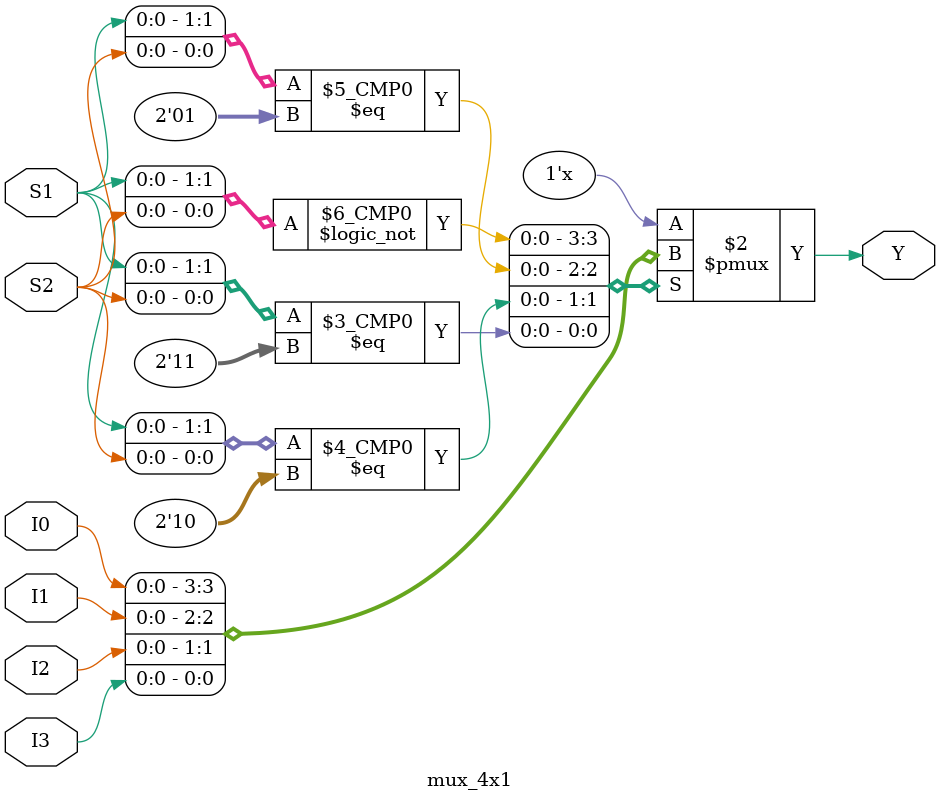
<source format=v>
`timescale 1ns / 1ps

module mux_4x1(
    input I0, I1, I2, I3,   // 4 data inputs
    input S1, S2,           // 2 select lines
    output reg Y            // output
    );
 
always @(*) begin
    case ({S1, S2})
        2'b00: Y = I0;
        2'b01: Y = I1;
        2'b10: Y = I2;
        2'b11: Y = I3;
        default: Y = 1'bx;  // undefined (optional)
    endcase
end

endmodule

</source>
